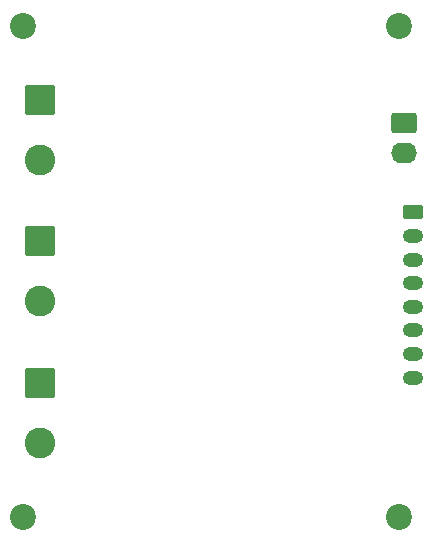
<source format=gbr>
%TF.GenerationSoftware,KiCad,Pcbnew,9.0.2*%
%TF.CreationDate,2025-07-21T15:30:36-04:00*%
%TF.ProjectId,Three Phase Current Sensor,54687265-6520-4506-9861-736520437572,rev?*%
%TF.SameCoordinates,Original*%
%TF.FileFunction,Soldermask,Bot*%
%TF.FilePolarity,Negative*%
%FSLAX46Y46*%
G04 Gerber Fmt 4.6, Leading zero omitted, Abs format (unit mm)*
G04 Created by KiCad (PCBNEW 9.0.2) date 2025-07-21 15:30:36*
%MOMM*%
%LPD*%
G01*
G04 APERTURE LIST*
G04 Aperture macros list*
%AMRoundRect*
0 Rectangle with rounded corners*
0 $1 Rounding radius*
0 $2 $3 $4 $5 $6 $7 $8 $9 X,Y pos of 4 corners*
0 Add a 4 corners polygon primitive as box body*
4,1,4,$2,$3,$4,$5,$6,$7,$8,$9,$2,$3,0*
0 Add four circle primitives for the rounded corners*
1,1,$1+$1,$2,$3*
1,1,$1+$1,$4,$5*
1,1,$1+$1,$6,$7*
1,1,$1+$1,$8,$9*
0 Add four rect primitives between the rounded corners*
20,1,$1+$1,$2,$3,$4,$5,0*
20,1,$1+$1,$4,$5,$6,$7,0*
20,1,$1+$1,$6,$7,$8,$9,0*
20,1,$1+$1,$8,$9,$2,$3,0*%
G04 Aperture macros list end*
%ADD10RoundRect,0.250000X-1.050000X1.050000X-1.050000X-1.050000X1.050000X-1.050000X1.050000X1.050000X0*%
%ADD11C,2.600000*%
%ADD12C,2.200000*%
%ADD13RoundRect,0.250000X-0.845000X0.620000X-0.845000X-0.620000X0.845000X-0.620000X0.845000X0.620000X0*%
%ADD14O,2.190000X1.740000*%
%ADD15RoundRect,0.250000X-0.625000X0.350000X-0.625000X-0.350000X0.625000X-0.350000X0.625000X0.350000X0*%
%ADD16O,1.750000X1.200000*%
G04 APERTURE END LIST*
D10*
%TO.C,J2*%
X61227500Y-48455000D03*
D11*
X61227500Y-53535000D03*
%TD*%
D12*
%TO.C,H2*%
X91600000Y-83800000D03*
%TD*%
D13*
%TO.C,J5*%
X92000000Y-50460000D03*
D14*
X92000000Y-53000000D03*
%TD*%
D15*
%TO.C,J1*%
X92800000Y-58000000D03*
D16*
X92800000Y-60000000D03*
X92800000Y-62000000D03*
X92800000Y-64000000D03*
X92800000Y-66000000D03*
X92800000Y-68000000D03*
X92800000Y-70000000D03*
X92800000Y-72000000D03*
%TD*%
D12*
%TO.C,H4*%
X59800000Y-83800000D03*
%TD*%
D10*
%TO.C,J3*%
X61227500Y-60455000D03*
D11*
X61227500Y-65535000D03*
%TD*%
D12*
%TO.C,H3*%
X59800000Y-42200000D03*
%TD*%
%TO.C,H1*%
X91600000Y-42200000D03*
%TD*%
D10*
%TO.C,J4*%
X61227500Y-72455000D03*
D11*
X61227500Y-77535000D03*
%TD*%
M02*

</source>
